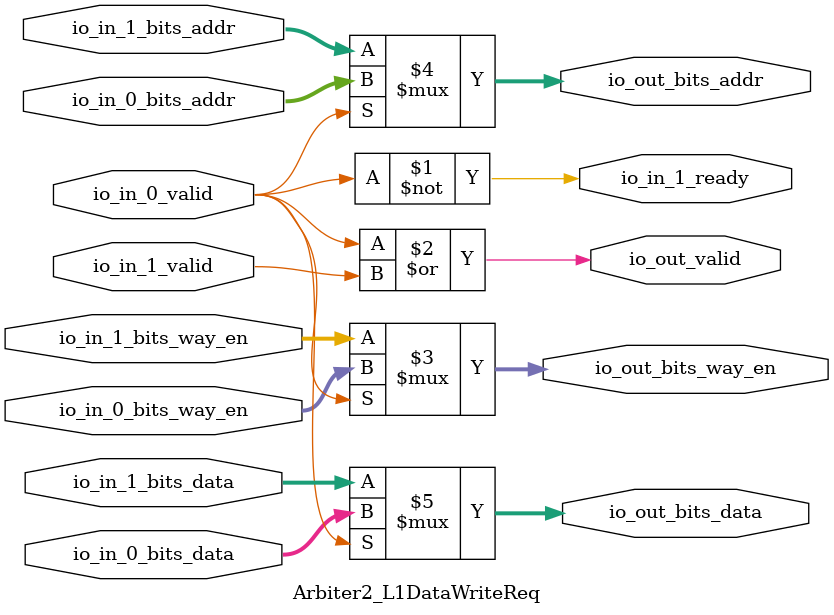
<source format=sv>
`ifndef RANDOMIZE
  `ifdef RANDOMIZE_REG_INIT
    `define RANDOMIZE
  `endif // RANDOMIZE_REG_INIT
`endif // not def RANDOMIZE
`ifndef RANDOMIZE
  `ifdef RANDOMIZE_MEM_INIT
    `define RANDOMIZE
  `endif // RANDOMIZE_MEM_INIT
`endif // not def RANDOMIZE

`ifndef RANDOM
  `define RANDOM $random
`endif // not def RANDOM

// Users can define 'PRINTF_COND' to add an extra gate to prints.
`ifndef PRINTF_COND_
  `ifdef PRINTF_COND
    `define PRINTF_COND_ (`PRINTF_COND)
  `else  // PRINTF_COND
    `define PRINTF_COND_ 1
  `endif // PRINTF_COND
`endif // not def PRINTF_COND_

// Users can define 'ASSERT_VERBOSE_COND' to add an extra gate to assert error printing.
`ifndef ASSERT_VERBOSE_COND_
  `ifdef ASSERT_VERBOSE_COND
    `define ASSERT_VERBOSE_COND_ (`ASSERT_VERBOSE_COND)
  `else  // ASSERT_VERBOSE_COND
    `define ASSERT_VERBOSE_COND_ 1
  `endif // ASSERT_VERBOSE_COND
`endif // not def ASSERT_VERBOSE_COND_

// Users can define 'STOP_COND' to add an extra gate to stop conditions.
`ifndef STOP_COND_
  `ifdef STOP_COND
    `define STOP_COND_ (`STOP_COND)
  `else  // STOP_COND
    `define STOP_COND_ 1
  `endif // STOP_COND
`endif // not def STOP_COND_

// Users can define INIT_RANDOM as general code that gets injected into the
// initializer block for modules with registers.
`ifndef INIT_RANDOM
  `define INIT_RANDOM
`endif // not def INIT_RANDOM

// If using random initialization, you can also define RANDOMIZE_DELAY to
// customize the delay used, otherwise 0.002 is used.
`ifndef RANDOMIZE_DELAY
  `define RANDOMIZE_DELAY 0.002
`endif // not def RANDOMIZE_DELAY

// Define INIT_RANDOM_PROLOG_ for use in our modules below.
`ifndef INIT_RANDOM_PROLOG_
  `ifdef RANDOMIZE
    `ifdef VERILATOR
      `define INIT_RANDOM_PROLOG_ `INIT_RANDOM
    `else  // VERILATOR
      `define INIT_RANDOM_PROLOG_ `INIT_RANDOM #`RANDOMIZE_DELAY begin end
    `endif // VERILATOR
  `else  // RANDOMIZE
    `define INIT_RANDOM_PROLOG_
  `endif // RANDOMIZE
`endif // not def INIT_RANDOM_PROLOG_

// Include register initializers in init blocks unless synthesis is set
`ifndef SYNTHESIS
  `ifndef ENABLE_INITIAL_REG_
    `define ENABLE_INITIAL_REG_
  `endif // not def ENABLE_INITIAL_REG_
`endif // not def SYNTHESIS

// Include rmemory initializers in init blocks unless synthesis is set
`ifndef SYNTHESIS
  `ifndef ENABLE_INITIAL_MEM_
    `define ENABLE_INITIAL_MEM_
  `endif // not def ENABLE_INITIAL_MEM_
`endif // not def SYNTHESIS

module Arbiter2_L1DataWriteReq(	// @[src/main/scala/chisel3/util/Arbiter.scala:133:7]
  input         io_in_0_valid,	// @[src/main/scala/chisel3/util/Arbiter.scala:140:14]
  input  [3:0]  io_in_0_bits_way_en,	// @[src/main/scala/chisel3/util/Arbiter.scala:140:14]
  input  [11:0] io_in_0_bits_addr,	// @[src/main/scala/chisel3/util/Arbiter.scala:140:14]
  input  [63:0] io_in_0_bits_data,	// @[src/main/scala/chisel3/util/Arbiter.scala:140:14]
  output        io_in_1_ready,	// @[src/main/scala/chisel3/util/Arbiter.scala:140:14]
  input         io_in_1_valid,	// @[src/main/scala/chisel3/util/Arbiter.scala:140:14]
  input  [3:0]  io_in_1_bits_way_en,	// @[src/main/scala/chisel3/util/Arbiter.scala:140:14]
  input  [11:0] io_in_1_bits_addr,	// @[src/main/scala/chisel3/util/Arbiter.scala:140:14]
  input  [63:0] io_in_1_bits_data,	// @[src/main/scala/chisel3/util/Arbiter.scala:140:14]
  output        io_out_valid,	// @[src/main/scala/chisel3/util/Arbiter.scala:140:14]
  output [3:0]  io_out_bits_way_en,	// @[src/main/scala/chisel3/util/Arbiter.scala:140:14]
  output [11:0] io_out_bits_addr,	// @[src/main/scala/chisel3/util/Arbiter.scala:140:14]
  output [63:0] io_out_bits_data	// @[src/main/scala/chisel3/util/Arbiter.scala:140:14]
);

  assign io_in_1_ready = ~io_in_0_valid;	// @[src/main/scala/chisel3/util/Arbiter.scala:45:78, :133:7]
  assign io_out_valid = io_in_0_valid | io_in_1_valid;	// @[src/main/scala/chisel3/util/Arbiter.scala:133:7, :154:31]
  assign io_out_bits_way_en = io_in_0_valid ? io_in_0_bits_way_en : io_in_1_bits_way_en;	// @[src/main/scala/chisel3/util/Arbiter.scala:133:7, :143:15, :145:26, :147:19]
  assign io_out_bits_addr = io_in_0_valid ? io_in_0_bits_addr : io_in_1_bits_addr;	// @[src/main/scala/chisel3/util/Arbiter.scala:133:7, :143:15, :145:26, :147:19]
  assign io_out_bits_data = io_in_0_valid ? io_in_0_bits_data : io_in_1_bits_data;	// @[src/main/scala/chisel3/util/Arbiter.scala:133:7, :143:15, :145:26, :147:19]
endmodule


</source>
